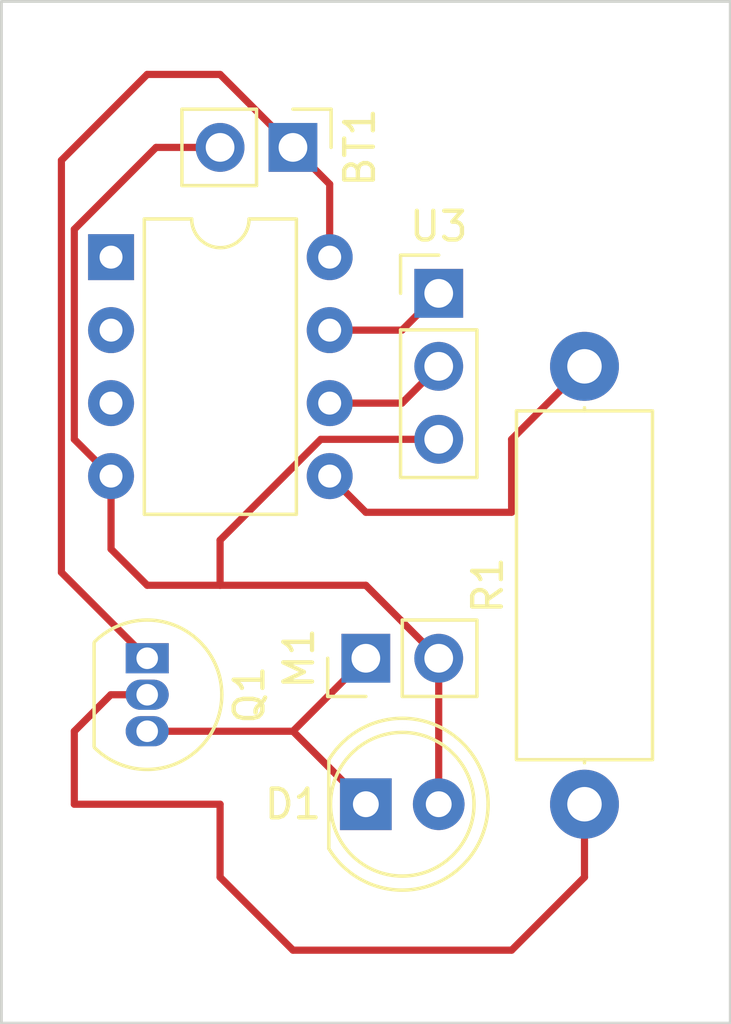
<source format=kicad_pcb>
(kicad_pcb (version 20221018) (generator pcbnew)
  (layers (0 "F.Cu" signal) (31 "B.Cu" signal) (34 "B.Paste" user) (35 "F.Paste" user) (36 "B.SilkS" user "B.Silkscreen") (37 "F.SilkS" user "F.Silkscreen") (38 "B.Mask" user) (39 "F.Mask" user) (44 "Edge.Cuts" user))
  (net 0 "")
  (net 1 "Net-(BT1-+)")
  (net 2 "Net-(BT1--)")
  (net 3 "Net-(D1-K)")
  (net 4 "Net-(Q1-B)")
  (net 5 "Net-(U1-AREF{slash}PB0)")
  (net 9 "Net-(U1-PB1)")
  (net 10 "Net-(U1-PB2)")
  (footprint "Connector_PinHeader_2.54mm:PinHeader_1x03_P2.54mm_Vertical" (layer "F.Cu") (at 114.3 58.42)
    (fp_text reference "U3" (at 0 -2.33) (layer "F.SilkS"))
    (fp_text value "Soil Sensor")
    (fp_line (start -1.33 -1.33) (end 0 -1.33) (stroke (width 0.12)) (layer "F.SilkS"))
    (fp_line (start -1.33 0) (end -1.33 -1.33) (stroke (width 0.12)) (layer "F.SilkS"))
    (fp_line (start -1.33 1.27) (end -1.33 6.41) (stroke (width 0.12)) (layer "F.SilkS"))
    (fp_line (start -1.33 1.27) (end 1.33 1.27) (stroke (width 0.12)) (layer "F.SilkS"))
    (fp_line (start -1.33 6.41) (end 1.33 6.41) (stroke (width 0.12)) (layer "F.SilkS"))
    (fp_line (start 1.33 1.27) (end 1.33 6.41) (stroke (width 0.12)) (layer "F.SilkS"))
    (pad "1" thru_hole rect (at 0 0) (size 1.7 1.7) (drill 1) (layers "*.Cu" "*.Mask") (net 10 "Net-(U1-PB2)"))
    (pad "2" thru_hole oval (at 0 2.54) (size 1.7 1.7) (drill 1) (layers "*.Cu" "*.Mask") (net 9 "Net-(U1-PB1)"))
    (pad "3" thru_hole oval (at 0 5.08) (size 1.7 1.7) (drill 1) (layers "*.Cu" "*.Mask") (net 2 "Net-(BT1--)"))
  )
  (footprint "Package_DIP:DIP-8_W7.62mm" (layer "F.Cu") (at 102.88 57.16)
    (fp_text reference "U1" hide)
    (fp_text value "ATtiny85-20P")
    (fp_line (start 1.16 -1.33) (end 1.16 8.95) (stroke (width 0.12)) (layer "F.SilkS"))
    (fp_line (start 1.16 8.95) (end 6.46 8.95) (stroke (width 0.12)) (layer "F.SilkS"))
    (fp_line (start 2.81 -1.33) (end 1.16 -1.33) (stroke (width 0.12)) (layer "F.SilkS"))
    (fp_line (start 6.46 -1.33) (end 4.81 -1.33) (stroke (width 0.12)) (layer "F.SilkS"))
    (fp_line (start 6.46 8.95) (end 6.46 -1.33) (stroke (width 0.12)) (layer "F.SilkS"))
    (fp_arc (start 4.81 -1.33) (mid 3.81 -0.33) (end 2.81 -1.33) (stroke (width 0.12)) (layer "F.SilkS"))
    (pad "1" thru_hole rect (at 0 0) (size 1.6 1.6) (drill 0.8) (layers "*.Cu" "*.Mask"))
    (pad "2" thru_hole oval (at 0 2.54) (size 1.6 1.6) (drill 0.8) (layers "*.Cu" "*.Mask"))
    (pad "3" thru_hole oval (at 0 5.08) (size 1.6 1.6) (drill 0.8) (layers "*.Cu" "*.Mask"))
    (pad "4" thru_hole oval (at 0 7.62) (size 1.6 1.6) (drill 0.8) (layers "*.Cu" "*.Mask") (net 2 "Net-(BT1--)"))
    (pad "5" thru_hole oval (at 7.62 7.62) (size 1.6 1.6) (drill 0.8) (layers "*.Cu" "*.Mask") (net 5 "Net-(U1-AREF{slash}PB0)"))
    (pad "6" thru_hole oval (at 7.62 5.08) (size 1.6 1.6) (drill 0.8) (layers "*.Cu" "*.Mask") (net 9 "Net-(U1-PB1)"))
    (pad "7" thru_hole oval (at 7.62 2.54) (size 1.6 1.6) (drill 0.8) (layers "*.Cu" "*.Mask") (net 10 "Net-(U1-PB2)"))
    (pad "8" thru_hole oval (at 7.62 0) (size 1.6 1.6) (drill 0.8) (layers "*.Cu" "*.Mask") (net 1 "Net-(BT1-+)"))
  )
  (footprint "Connector_PinHeader_2.54mm:PinHeader_1x02_P2.54mm_Vertical" (layer "F.Cu") (at 109.22 53.34 -90)
    (fp_text reference "BT1" (at 0 -2.33 90) (layer "F.SilkS"))
    (fp_text value "5V")
    (fp_line (start -1.33 -1.33) (end 0 -1.33) (stroke (width 0.12)) (layer "F.SilkS"))
    (fp_line (start -1.33 0) (end -1.33 -1.33) (stroke (width 0.12)) (layer "F.SilkS"))
    (fp_line (start -1.33 1.27) (end -1.33 3.87) (stroke (width 0.12)) (layer "F.SilkS"))
    (fp_line (start -1.33 1.27) (end 1.33 1.27) (stroke (width 0.12)) (layer "F.SilkS"))
    (fp_line (start -1.33 3.87) (end 1.33 3.87) (stroke (width 0.12)) (layer "F.SilkS"))
    (fp_line (start 1.33 1.27) (end 1.33 3.87) (stroke (width 0.12)) (layer "F.SilkS"))
    (pad "1" thru_hole rect (at 0 0 270) (size 1.7 1.7) (drill 1) (layers "*.Cu" "*.Mask") (net 1 "Net-(BT1-+)"))
    (pad "2" thru_hole oval (at 0 2.54 270) (size 1.7 1.7) (drill 1) (layers "*.Cu" "*.Mask") (net 2 "Net-(BT1--)"))
  )
  (footprint "Connector_PinHeader_2.54mm:PinHeader_1x02_P2.54mm_Vertical" (layer "F.Cu") (at 111.76 71.12 90)
    (fp_text reference "M1" (at 0 -2.33 90) (layer "F.SilkS"))
    (fp_text value "Motor_DC")
    (fp_line (start -1.33 -1.33) (end 0 -1.33) (stroke (width 0.12)) (layer "F.SilkS"))
    (fp_line (start -1.33 0) (end -1.33 -1.33) (stroke (width 0.12)) (layer "F.SilkS"))
    (fp_line (start -1.33 1.27) (end -1.33 3.87) (stroke (width 0.12)) (layer "F.SilkS"))
    (fp_line (start -1.33 1.27) (end 1.33 1.27) (stroke (width 0.12)) (layer "F.SilkS"))
    (fp_line (start -1.33 3.87) (end 1.33 3.87) (stroke (width 0.12)) (layer "F.SilkS"))
    (fp_line (start 1.33 1.27) (end 1.33 3.87) (stroke (width 0.12)) (layer "F.SilkS"))
    (pad "1" thru_hole rect (at 0 0 90) (size 1.7 1.7) (drill 1) (layers "*.Cu" "*.Mask") (net 3 "Net-(D1-K)"))
    (pad "2" thru_hole oval (at 0 2.54 90) (size 1.7 1.7) (drill 1) (layers "*.Cu" "*.Mask") (net 2 "Net-(BT1--)"))
  )
  (footprint "LED_THT:LED_D5.0mm" (layer "F.Cu") (at 111.76 76.2)
    (fp_text reference "D1" (at -2.54 0) (layer "F.SilkS"))
    (fp_text value "2V Yellow")
    (fp_line (start -1.29 -1.545) (end -1.29 1.545) (stroke (width 0.12)) (layer "F.SilkS"))
    (fp_arc (start -1.29 -1.54483) (mid 2.072002 -2.880433) (end 4.26 0.000462) (stroke (width 0.12)) (layer "F.SilkS"))
    (fp_arc (start 4.26 -0.000462) (mid 2.072002 2.880433) (end -1.29 1.54483) (stroke (width 0.12)) (layer "F.SilkS"))
    (fp_circle (center 1.27 0) (end 3.77 0) (stroke (width 0.12)) (fill none) (layer "F.SilkS"))
    (pad "1" thru_hole rect (at 0 0) (size 1.8 1.8) (drill 0.9) (layers "*.Cu" "*.Mask") (net 3 "Net-(D1-K)"))
    (pad "2" thru_hole circle (at 2.54 0) (size 1.8 1.8) (drill 0.9) (layers "*.Cu" "*.Mask") (net 2 "Net-(BT1--)"))
  )
  (footprint "Resistor_THT:R_Axial_DIN0414_L11.9mm_D4.5mm_P15.24mm_Horizontal" (layer "F.Cu") (at 119.38 76.2 90)
    (fp_text reference "R1" (at 7.62 -3.37 90) (layer "F.SilkS"))
    (fp_text value "270Ω")
    (fp_line (start 1.44 0) (end 1.55 0) (stroke (width 0.12)) (layer "F.SilkS"))
    (fp_line (start 1.55 -2.37) (end 1.55 2.37) (stroke (width 0.12)) (layer "F.SilkS"))
    (fp_line (start 1.55 2.37) (end 13.69 2.37) (stroke (width 0.12)) (layer "F.SilkS"))
    (fp_line (start 13.69 -2.37) (end 1.55 -2.37) (stroke (width 0.12)) (layer "F.SilkS"))
    (fp_line (start 13.69 2.37) (end 13.69 -2.37) (stroke (width 0.12)) (layer "F.SilkS"))
    (fp_line (start 13.8 0) (end 13.69 0) (stroke (width 0.12)) (layer "F.SilkS"))
    (pad "1" thru_hole circle (at 0 0 90) (size 2.4 2.4) (drill 1.2) (layers "*.Cu" "*.Mask") (net 4 "Net-(Q1-B)"))
    (pad "2" thru_hole oval (at 15.24 0 90) (size 2.4 2.4) (drill 1.2) (layers "*.Cu" "*.Mask") (net 5 "Net-(U1-AREF{slash}PB0)"))
  )
  (footprint "Package_TO_SOT_THT:TO-92_Inline" (layer "F.Cu") (at 104.14 71.12 -90)
    (fp_text reference "Q1" (at 1.27 -3.56 90) (layer "F.SilkS"))
    (fp_text value "BC547")
    (fp_line (start -0.53 1.85) (end 3.07 1.85) (stroke (width 0.12)) (layer "F.SilkS"))
    (fp_arc (start -0.568478 1.838478) (mid -1.132087 -0.994977) (end 1.27 -2.6) (stroke (width 0.12)) (layer "F.SilkS"))
    (fp_arc (start 1.27 -2.6) (mid 3.672087 -0.994977) (end 3.108478 1.838478) (stroke (width 0.12)) (layer "F.SilkS"))
    (pad "1" thru_hole rect (at 0 0 270) (size 1.05 1.5) (drill 0.75) (layers "*.Cu" "*.Mask") (net 1 "Net-(BT1-+)"))
    (pad "2" thru_hole oval (at 1.27 0 270) (size 1.05 1.5) (drill 0.75) (layers "*.Cu" "*.Mask") (net 4 "Net-(Q1-B)"))
    (pad "3" thru_hole oval (at 2.54 0 270) (size 1.05 1.5) (drill 0.75) (layers "*.Cu" "*.Mask") (net 3 "Net-(D1-K)"))
  )
  (gr_rect (start 99.06 48.26) (end 124.46 83.82) (stroke (width 0.1)) (fill none) (layer "Edge.Cuts"))
  (segment (start 109.22 53.34) (end 106.68 50.8) (width 0.25) (layer "F.Cu") (net 1))
  (segment (start 110.5 57.16) (end 110.5 54.62) (width 0.25) (layer "F.Cu") (net 1))
  (segment (start 110.5 54.62) (end 109.22 53.34) (width 0.25) (layer "F.Cu") (net 1))
  (segment (start 101.15 53.79) (end 101.15 68.13) (width 0.25) (layer "F.Cu") (net 1))
  (segment (start 106.68 50.8) (end 104.14 50.8) (width 0.25) (layer "F.Cu") (net 1))
  (segment (start 104.14 50.8) (end 101.15 53.79) (width 0.25) (layer "F.Cu") (net 1))
  (segment (start 101.15 68.13) (end 104.14 71.12) (width 0.25) (layer "F.Cu") (net 1))
  (segment (start 106.68 53.34) (end 104.45 53.34) (width 0.25) (layer "F.Cu") (net 2))
  (segment (start 104.45 53.34) (end 101.6 56.19) (width 0.25) (layer "F.Cu") (net 2))
  (segment (start 111.76 68.58) (end 106.68 68.58) (width 0.25) (layer "F.Cu") (net 2))
  (segment (start 102.88 67.32) (end 102.88 64.78) (width 0.25) (layer "F.Cu") (net 2))
  (segment (start 106.68 67.009009) (end 110.189009 63.5) (width 0.25) (layer "F.Cu") (net 2))
  (segment (start 106.68 68.58) (end 106.68 67.009009) (width 0.25) (layer "F.Cu") (net 2))
  (segment (start 104.14 68.58) (end 102.88 67.32) (width 0.25) (layer "F.Cu") (net 2))
  (segment (start 114.3 71.12) (end 111.76 68.58) (width 0.25) (layer "F.Cu") (net 2))
  (segment (start 101.6 63.5) (end 102.88 64.78) (width 0.25) (layer "F.Cu") (net 2))
  (segment (start 101.6 56.19) (end 101.6 63.5) (width 0.25) (layer "F.Cu") (net 2))
  (segment (start 114.3 76.2) (end 114.3 71.12) (width 0.25) (layer "F.Cu") (net 2))
  (segment (start 110.189009 63.5) (end 114.3 63.5) (width 0.25) (layer "F.Cu") (net 2))
  (segment (start 106.68 68.58) (end 104.14 68.58) (width 0.25) (layer "F.Cu") (net 2))
  (segment (start 109.22 73.66) (end 104.14 73.66) (width 0.25) (layer "F.Cu") (net 3))
  (segment (start 111.76 71.12) (end 109.22 73.66) (width 0.25) (layer "F.Cu") (net 3))
  (segment (start 111.76 76.2) (end 109.22 73.66) (width 0.25) (layer "F.Cu") (net 3))
  (segment (start 101.6 73.66) (end 102.87 72.39) (width 0.25) (layer "F.Cu") (net 4))
  (segment (start 101.6 76.2) (end 101.6 73.66) (width 0.25) (layer "F.Cu") (net 4))
  (segment (start 106.68 76.2) (end 101.6 76.2) (width 0.25) (layer "F.Cu") (net 4))
  (segment (start 119.38 76.2) (end 119.38 78.74) (width 0.25) (layer "F.Cu") (net 4))
  (segment (start 106.68 78.74) (end 106.68 76.2) (width 0.25) (layer "F.Cu") (net 4))
  (segment (start 102.87 72.39) (end 104.14 72.39) (width 0.25) (layer "F.Cu") (net 4))
  (segment (start 116.84 81.28) (end 109.22 81.28) (width 0.25) (layer "F.Cu") (net 4))
  (segment (start 109.22 81.28) (end 106.68 78.74) (width 0.25) (layer "F.Cu") (net 4))
  (segment (start 119.38 78.74) (end 116.84 81.28) (width 0.25) (layer "F.Cu") (net 4))
  (segment (start 116.84 63.5) (end 119.38 60.96) (width 0.25) (layer "F.Cu") (net 5))
  (segment (start 116.84 66.04) (end 116.84 63.5) (width 0.25) (layer "F.Cu") (net 5))
  (segment (start 111.76 66.04) (end 116.84 66.04) (width 0.25) (layer "F.Cu") (net 5))
  (segment (start 111.76 66.04) (end 110.5 64.78) (width 0.25) (layer "F.Cu") (net 5))
  (segment (start 110.5 62.24) (end 113.02 62.24) (width 0.25) (layer "F.Cu") (net 9))
  (segment (start 113.02 62.24) (end 114.3 60.96) (width 0.25) (layer "F.Cu") (net 9))
  (segment (start 110.5 59.7) (end 113.02 59.7) (width 0.25) (layer "F.Cu") (net 10))
  (segment (start 114.3 58.44) (end 114.3 58.42) (width 0.25) (layer "F.Cu") (net 10))
  (segment (start 113.02 59.7) (end 114.3 58.42) (width 0.25) (layer "F.Cu") (net 10))
)
</source>
